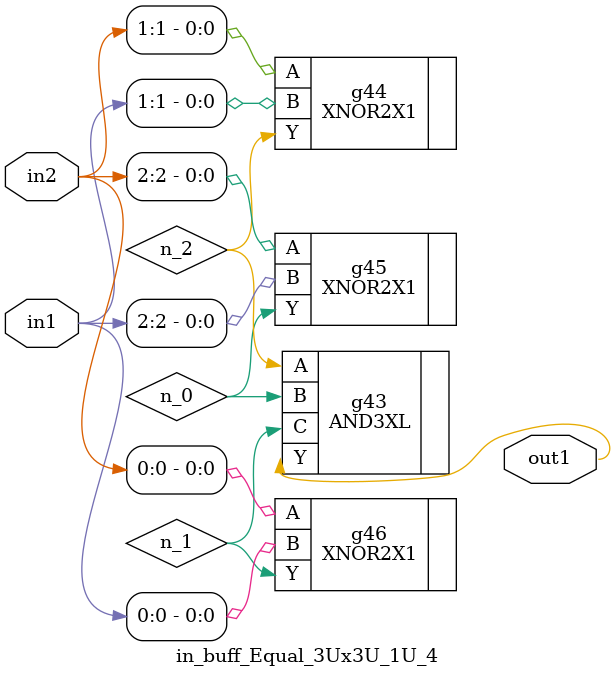
<source format=v>
`timescale 1ps / 1ps


module in_buff_Equal_3Ux3U_1U_4(in2, in1, out1);
  input [2:0] in2, in1;
  output out1;
  wire [2:0] in2, in1;
  wire out1;
  wire n_0, n_1, n_2;
  AND3XL g43(.A (n_2), .B (n_0), .C (n_1), .Y (out1));
  XNOR2X1 g44(.A (in2[1]), .B (in1[1]), .Y (n_2));
  XNOR2X1 g46(.A (in2[0]), .B (in1[0]), .Y (n_1));
  XNOR2X1 g45(.A (in2[2]), .B (in1[2]), .Y (n_0));
endmodule



</source>
